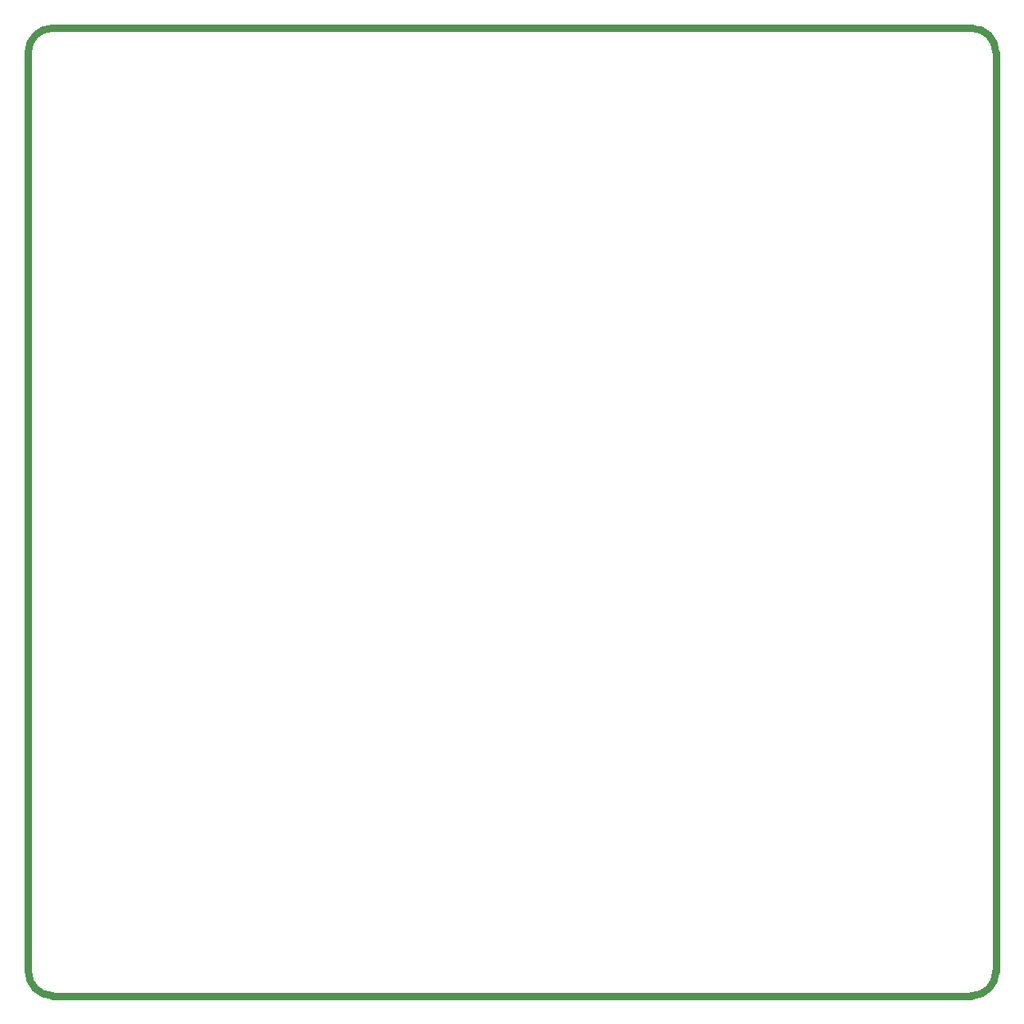
<source format=gm1>
G04 #@! TF.FileFunction,Profile,NP*
%FSLAX46Y46*%
G04 Gerber Fmt 4.6, Leading zero omitted, Abs format (unit mm)*
G04 Created by KiCad (PCBNEW (2015-11-29 BZR 6336, Git 7b0d981)-product) date 01/12/2015 20:30:35*
%MOMM*%
G01*
G04 APERTURE LIST*
%ADD10C,0.100000*%
%ADD11C,0.800000*%
G04 APERTURE END LIST*
D10*
D11*
X20000000Y-17500000D02*
X20000000Y-112500000D01*
X117500000Y-15000000D02*
X22500000Y-15000000D01*
X120000000Y-112500000D02*
X120000000Y-17500000D01*
X22500000Y-115000000D02*
X117500000Y-115000000D01*
X117500000Y-115000000D02*
G75*
G03X120000000Y-112500000I0J2500000D01*
G01*
X120000000Y-17500000D02*
G75*
G03X117500000Y-15000000I-2500000J0D01*
G01*
X22500000Y-15000000D02*
G75*
G03X20000000Y-17500000I0J-2500000D01*
G01*
X20000000Y-112500000D02*
G75*
G03X22500000Y-115000000I2500000J0D01*
G01*
M02*

</source>
